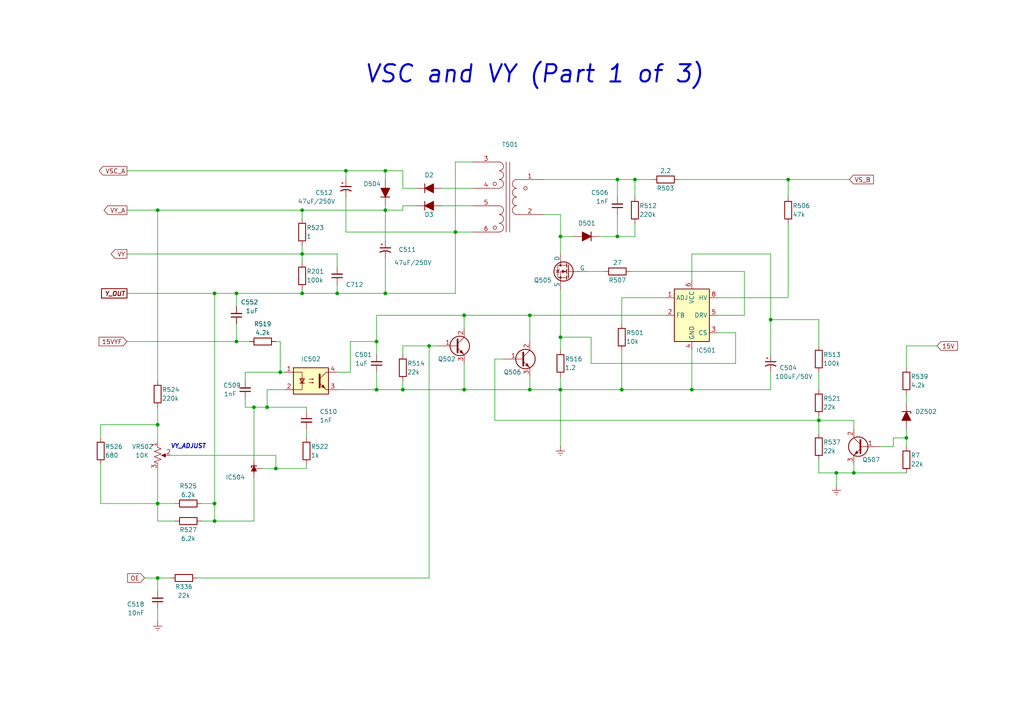
<source format=kicad_sch>
(kicad_sch (version 20231120) (generator "eeschema") (generator_version "8.0")
  (paper "A4")
  (title_block (title "Y BOARD LG PLASMA TV PANEL") (date "2025-03-24") (rev "1.0") (comment 1 "Author: Fábio Pereira da Silva") (comment 2 "VSC and VY (Part 1 of 3)"))
  (lib_symbols
    (symbol "Device:C_Polarized_Small_US" (pin_numbers hide) (pin_names (offset 0.254) hide)
      (property "Reference" "C" (at 0.254 1.778 0))
      (property "Value" "C_Polarized_Small_US" (at 0.254 -2.032 0))
      (symbol "C_Polarized_Small_US_0_1"
        (polyline (pts (xy -1.524 0.508) (xy 1.524 0.508)) (stroke (width 0.3048)))
        (polyline (pts (xy -1.27 1.524) (xy -0.762 1.524)))
        (polyline (pts (xy -1.016 1.27) (xy -1.016 1.778)))
        (arc (start 1.524 -0.762) (mid 0 -0.3734) (end -1.524 -0.762) (stroke (width 0.3048)))
      )
      (symbol "C_Polarized_Small_US_1_1"
        (pin passive line (at 0 2.54 270) (length 2.032) (name "~") (number "1"))
        (pin passive line (at 0 -2.54 90) (length 2.032) (name "~") (number "2"))
      )
    )
    (symbol "Device:C_Small" (pin_numbers hide) (pin_names (offset 0.254) hide)
      (property "Reference" "C" (at 0.254 1.778 0))
      (property "Value" "C_Small" (at 0.254 -2.032 0))
      (symbol "C_Small_0_1"
        (polyline (pts (xy -1.524 -0.508) (xy 1.524 -0.508)) (stroke (width 0.3302)))
        (polyline (pts (xy -1.524 0.508) (xy 1.524 0.508)) (stroke (width 0.3048)))
      )
      (symbol "C_Small_1_1"
        (pin passive line (at 0 2.54 270) (length 2.032) (name "~") (number "1"))
        (pin passive line (at 0 -2.54 90) (length 2.032) (name "~") (number "2"))
      )
    )
    (symbol "Device:D_Filled" (pin_numbers hide) (pin_names (offset 1.016) hide)
      (property "Reference" "D" (at 0 2.54 0))
      (property "Value" "D_Filled" (at 0 -2.54 0))
      (symbol "D_Filled_0_1"
        (polyline (pts (xy -1.27 1.27) (xy -1.27 -1.27)) (stroke (width 0.254)))
        (polyline (pts (xy 1.27 0) (xy -1.27 0)))
        (polyline (pts (xy 1.27 1.27) (xy 1.27 -1.27) (xy -1.27 0) (xy 1.27 1.27)) (stroke (width 0.254)) (fill (type outline)))
      )
      (symbol "D_Filled_1_1"
        (pin passive line (at -3.81 0 0) (length 2.54) (name "K") (number "1"))
        (pin passive line (at 3.81 0 180) (length 2.54) (name "A") (number "2"))
      )
    )
    (symbol "Device:D_Zener_Filled" (pin_numbers hide) (pin_names (offset 1.016) hide)
      (property "Reference" "D" (at 0 2.54 0))
      (property "Value" "D_Zener_Filled" (at 0 -2.54 0))
      (symbol "D_Zener_Filled_0_1"
        (polyline (pts (xy 1.27 0) (xy -1.27 0)))
        (polyline (pts (xy -1.27 -1.27) (xy -1.27 1.27) (xy -0.762 1.27)) (stroke (width 0.254)))
        (polyline (pts (xy 1.27 -1.27) (xy 1.27 1.27) (xy -1.27 0) (xy 1.27 -1.27)) (stroke (width 0.254)) (fill (type outline)))
      )
      (symbol "D_Zener_Filled_1_1"
        (pin passive line (at -3.81 0 0) (length 2.54) (name "K") (number "1"))
        (pin passive line (at 3.81 0 180) (length 2.54) (name "A") (number "2"))
      )
    )
    (symbol "Device:Q_NPN_BCE" (pin_names (offset 0) hide)
      (property "Reference" "Q" (at 5.08 1.27 0))
      (property "Value" "Q_NPN_BCE" (at 5.08 -1.27 0))
      (symbol "Q_NPN_BCE_0_1"
        (polyline (pts (xy 0.635 0.635) (xy 2.54 2.54)))
        (polyline (pts (xy 0.635 -0.635) (xy 2.54 -2.54) (xy 2.54 -2.54)))
        (polyline (pts (xy 0.635 1.905) (xy 0.635 -1.905) (xy 0.635 -1.905)) (stroke (width 0.508)))
        (polyline (pts (xy 1.27 -1.778) (xy 1.778 -1.27) (xy 2.286 -2.286) (xy 1.27 -1.778) (xy 1.27 -1.778)) (fill (type outline)))
        (circle (center 1.27 0) (radius 2.8194) (stroke (width 0.254)))
      )
      (symbol "Q_NPN_BCE_1_1"
        (pin input line (at -5.08 0 0) (length 5.715) (name "B") (number "1"))
        (pin passive line (at 2.54 5.08 270) (length 2.54) (name "C") (number "2"))
        (pin passive line (at 2.54 -5.08 90) (length 2.54) (name "E") (number "3"))
      )
    )
    (symbol "Device:R" (pin_numbers hide) (pin_names (offset 0))
      (property "Reference" "R" (at 2.032 0 90))
      (property "Value" "R" (at 0 0 90))
      (symbol "R_0_1"
        (rectangle (start -1.016 -2.54) (end 1.016 2.54) (stroke (width 0.254)))
      )
      (symbol "R_1_1"
        (pin passive line (at 0 3.81 270) (length 1.27) (name "~") (number "1"))
        (pin passive line (at 0 -3.81 90) (length 1.27) (name "~") (number "2"))
      )
    )
    (symbol "Device:R_Potentiometer_US" (pin_names (offset 1.016) hide)
      (property "Reference" "RV" (at -4.445 0 90))
      (property "Value" "R_Potentiometer_US" (at -2.54 0 90))
      (symbol "R_Potentiometer_US_0_1"
        (polyline (pts (xy 0 -2.286) (xy 0 -2.54)))
        (polyline (pts (xy 0 2.54) (xy 0 2.286)))
        (polyline (pts (xy 2.54 0) (xy 1.524 0)))
        (polyline (pts (xy 1.143 0) (xy 2.286 0.508) (xy 2.286 -0.508) (xy 1.143 0)) (fill (type outline)))
        (polyline (pts (xy 0 -0.762) (xy 1.016 -1.143) (xy 0 -1.524) (xy -1.016 -1.905) (xy 0 -2.286)))
        (polyline (pts (xy 0 0.762) (xy 1.016 0.381) (xy 0 0) (xy -1.016 -0.381) (xy 0 -0.762)))
        (polyline (pts (xy 0 2.286) (xy 1.016 1.905) (xy 0 1.524) (xy -1.016 1.143) (xy 0 0.762)))
      )
      (symbol "R_Potentiometer_US_1_1"
        (pin passive line (at 0 3.81 270) (length 1.27) (name "1") (number "1"))
        (pin passive line (at 3.81 0 180) (length 1.27) (name "2") (number "2"))
        (pin passive line (at 0 -3.81 90) (length 1.27) (name "3") (number "3"))
      )
    )
    (symbol "Isolator:EL817" (pin_names (offset 1.016))
      (property "Reference" "U" (at -5.08 5.08 0))
      (property "Value" "EL817" (at 0 5.08 0))
      (symbol "EL817_0_1"
        (rectangle (start -5.08 3.81) (end 5.08 -3.81) (stroke (width 0.254)) (fill (type background)))
        (polyline (pts (xy -3.175 -0.635) (xy -1.905 -0.635)) (stroke (width 0.254)))
        (polyline (pts (xy 2.54 0.635) (xy 4.445 2.54)))
        (polyline (pts (xy 4.445 -2.54) (xy 2.54 -0.635)) (fill (type outline)))
        (polyline (pts (xy 4.445 -2.54) (xy 5.08 -2.54)))
        (polyline (pts (xy 4.445 2.54) (xy 5.08 2.54)))
        (polyline (pts (xy -5.08 2.54) (xy -2.54 2.54) (xy -2.54 -0.635)))
        (polyline (pts (xy -2.54 -0.635) (xy -2.54 -2.54) (xy -5.08 -2.54)))
        (polyline (pts (xy 2.54 1.905) (xy 2.54 -1.905) (xy 2.54 -1.905)) (stroke (width 0.508)))
        (polyline (pts (xy -2.54 -0.635) (xy -3.175 0.635) (xy -1.905 0.635) (xy -2.54 -0.635)) (stroke (width 0.254)))
        (polyline (pts (xy -0.508 -0.508) (xy 0.762 -0.508) (xy 0.381 -0.635) (xy 0.381 -0.381) (xy 0.762 -0.508)))
        (polyline (pts (xy -0.508 0.508) (xy 0.762 0.508) (xy 0.381 0.381) (xy 0.381 0.635) (xy 0.762 0.508)))
        (polyline (pts (xy 3.048 -1.651) (xy 3.556 -1.143) (xy 4.064 -2.159) (xy 3.048 -1.651) (xy 3.048 -1.651)) (fill (type outline)))
      )
      (symbol "EL817_1_1"
        (pin passive line (at -7.62 2.54 0) (length 2.54) (name "~") (number "1"))
        (pin passive line (at -7.62 -2.54 0) (length 2.54) (name "~") (number "2"))
        (pin passive line (at 7.62 -2.54 180) (length 2.54) (name "~") (number "3"))
        (pin passive line (at 7.62 2.54 180) (length 2.54) (name "~") (number "4"))
      )
    )
    (symbol "Reference_Voltage:TL431LP" (pin_numbers hide) (pin_names hide)
      (property "Reference" "U" (at -2.54 2.54 0))
      (property "Value" "TL431LP" (at 0 -2.54 0))
      (symbol "TL431LP_0_1"
        (polyline (pts (xy -1.27 0) (xy 0 0) (xy 1.27 0)))
        (polyline (pts (xy -0.762 -0.762) (xy -0.762 0.762) (xy 0.762 0) (xy -0.762 -0.762)) (fill (type outline)))
        (polyline (pts (xy 0.254 -0.762) (xy 0.762 -0.762) (xy 0.762 0.762) (xy 0.762 0.762)) (stroke (width 0.254)))
      )
      (symbol "TL431LP_1_1"
        (pin passive line (at 0 2.54 270) (length 2.54) (name "REF") (number "1"))
        (pin passive line (at -2.54 0 0) (length 2.54) (name "A") (number "2"))
        (pin passive line (at 2.54 0 180) (length 2.54) (name "K") (number "3"))
      )
    )
    (symbol "Regulator_Controller:NCP1200D60"
      (property "Reference" "U" (at -7.62 8.89 0))
      (property "Value" "NCP1200D60" (at 1.27 8.89 0))
      (symbol "NCP1200D60_0_0"
        (rectangle (start -5.08 7.62) (end 5.08 -7.62) (stroke (width 0.254)) (fill (type background)))
      )
      (symbol "NCP1200D60_1_1"
        (pin input line (at -7.62 5.08 0) (length 2.54) (name "ADJ") (number "1"))
        (pin input line (at -7.62 0 0) (length 2.54) (name "FB") (number "2"))
        (pin input line (at 7.62 -5.08 180) (length 2.54) (name "CS") (number "3"))
        (pin power_in line (at 0 -10.16 90) (length 2.54) (name "GND") (number "4"))
        (pin output line (at 7.62 0 180) (length 2.54) (name "DRV") (number "5"))
        (pin power_in line (at 0 10.16 270) (length 2.54) (name "VCC") (number "6"))
        (pin no_connect line (at -5.08 2.54 0) (length 2.54) hide (name "NC") (number "7"))
        (pin input line (at 7.62 5.08 180) (length 2.54) (name "HV") (number "8"))
      )
    )
    (symbol "Simulation_SPICE:NMOS" (pin_numbers hide) (pin_names (offset 0))
      (property "Reference" "Q" (at 5.08 1.27 0))
      (property "Value" "NMOS" (at 5.08 -1.27 0))
      (symbol "NMOS_0_1"
        (polyline (pts (xy 0.254 0) (xy -2.54 0)))
        (polyline (pts (xy 0.254 1.905) (xy 0.254 -1.905)) (stroke (width 0.254)))
        (polyline (pts (xy 0.762 -1.27) (xy 0.762 -2.286)) (stroke (width 0.254)))
        (polyline (pts (xy 0.762 0.508) (xy 0.762 -0.508)) (stroke (width 0.254)))
        (polyline (pts (xy 0.762 2.286) (xy 0.762 1.27)) (stroke (width 0.254)))
        (polyline (pts (xy 2.54 2.54) (xy 2.54 1.778)))
        (polyline (pts (xy 2.54 -2.54) (xy 2.54 0) (xy 0.762 0)))
        (polyline (pts (xy 0.762 -1.778) (xy 3.302 -1.778) (xy 3.302 1.778) (xy 0.762 1.778)))
        (polyline (pts (xy 1.016 0) (xy 2.032 0.381) (xy 2.032 -0.381) (xy 1.016 0)) (fill (type outline)))
        (polyline (pts (xy 2.794 0.508) (xy 2.921 0.381) (xy 3.683 0.381) (xy 3.81 0.254)))
        (polyline (pts (xy 3.302 0.381) (xy 2.921 -0.254) (xy 3.683 -0.254) (xy 3.302 0.381)))
        (circle (center 1.651 0) (radius 2.794) (stroke (width 0.254)))
        (circle (center 2.54 -1.778) (radius 0.254) (fill (type outline)))
        (circle (center 2.54 1.778) (radius 0.254) (fill (type outline)))
      )
      (symbol "NMOS_1_1"
        (pin passive line (at 2.54 5.08 270) (length 2.54) (name "D") (number "1"))
        (pin input line (at -5.08 0 0) (length 2.54) (name "G") (number "2"))
        (pin passive line (at 2.54 -5.08 90) (length 2.54) (name "S") (number "3"))
      )
    )
    (symbol "Transformer_1P_2S_1" (pin_names (offset 1.016) hide)
      (property "Reference" "T1" (at 0 15.24 0))
      (property "Value" "Transformer_1P_2S" (at 0 12.7 0))
      (symbol "Transformer_1P_2S_1_0_1"
        (circle (center -5.08 2.54) (radius 0.5))
        (arc (start -2.54 -5.0546) (mid -1.6599 -4.6901) (end -1.27 -3.81))
        (arc (start -2.54 -2.5146) (mid -1.6599 -2.1501) (end -1.27 -1.27))
        (arc (start -2.54 0.0254) (mid -1.6599 0.3899) (end -1.27 1.27))
        (arc (start -2.54 2.5654) (mid -1.6599 2.9299) (end -1.27 3.81))
        (arc (start -1.27 -3.81) (mid -1.642 -2.912) (end -2.54 -2.54))
        (arc (start -1.27 -1.27) (mid -1.642 -0.372) (end -2.54 0))
        (arc (start -1.27 1.27) (mid -1.642 2.168) (end -2.54 2.54))
        (arc (start -1.27 3.81) (mid -1.642 4.708) (end -2.54 5.08))
        (polyline (pts (xy -0.508 -10.16) (xy -0.508 10.16)))
        (polyline (pts (xy 0.508 10.16) (xy 0.508 -10.16)))
        (arc (start 1.2954 -8.89) (mid 1.6599 -9.7701) (end 2.54 -10.1346))
        (arc (start 1.2954 -6.35) (mid 1.6599 -7.2301) (end 2.54 -7.5946))
        (arc (start 1.2954 -3.81) (mid 1.6599 -4.6901) (end 2.54 -5.0546))
        (arc (start 1.2954 3.81) (mid 1.6599 2.9299) (end 2.54 2.5654))
        (arc (start 1.2954 6.35) (mid 1.6599 5.4699) (end 2.54 5.1054))
        (arc (start 1.2954 8.89) (mid 1.6599 8.0099) (end 2.54 7.6454))
        (arc (start 2.54 -7.62) (mid 1.642 -7.992) (end 1.2954 -8.89))
        (arc (start 2.54 -5.08) (mid 1.642 -5.452) (end 1.2954 -6.35))
        (arc (start 2.54 -2.54) (mid 1.642 -2.912) (end 1.2954 -3.81))
        (arc (start 2.54 5.08) (mid 1.642 4.708) (end 1.2954 3.81))
        (arc (start 2.54 7.62) (mid 1.642 7.248) (end 1.2954 6.35))
        (arc (start 2.54 10.16) (mid 1.642 9.788) (end 1.2954 8.89))
        (circle (center 3.81 -8.89) (radius 0.5))
        (circle (center 3.81 3.81) (radius 0.5))
      )
      (symbol "Transformer_1P_2S_1_1_1"
        (pin passive line (at -10.16 5.08 0) (length 7.62) (name "AA") (number "1"))
        (pin passive line (at -10.16 -5.08 0) (length 7.62) (name "AB") (number "2"))
        (pin passive line (at 10.16 10.16 180) (length 7.62) (name "SA") (number "3"))
        (pin passive line (at 10.16 2.54 180) (length 7.62) (name "SB") (number "4"))
        (pin passive line (at 10.16 -2.54 180) (length 7.62) (name "SC") (number "5"))
        (pin passive line (at 10.16 -10.16 180) (length 7.62) (name "SD") (number "6"))
      )
    )
    (symbol "power:Earth" (power) (pin_numbers hide) (pin_names (offset 0) hide)
      (property "Value" "Earth" (at 0 -3.81 0))
      (symbol "Earth_0_1"
        (polyline (pts (xy -0.635 -1.905) (xy 0.635 -1.905)))
        (polyline (pts (xy -0.127 -2.54) (xy 0.127 -2.54)))
        (polyline (pts (xy 0 -1.27) (xy 0 0)))
        (polyline (pts (xy 1.27 -1.27) (xy -1.27 -1.27)))
      )
      (symbol "Earth_1_1"
        (pin power_in line (at 0 0 270) (length 0) (name "~") (number "1"))
      )
    )
  )
  (junction (at 237.49 121.92))
  (junction (at 68.58 85.09))
  (junction (at 109.22 113.03))
  (junction (at 45.72 146.05))
  (junction (at 184.15 52.07))
  (junction (at 134.62 91.44))
  (junction (at 77.47 118.11))
  (junction (at 111.76 60.96))
  (junction (at 134.62 113.03))
  (junction (at 262.89 127))
  (junction (at 87.63 73.66))
  (junction (at 111.76 85.09))
  (junction (at 247.65 137.16))
  (junction (at 180.34 113.03))
  (junction (at 242.57 137.16))
  (junction (at 223.52 92.71))
  (junction (at 162.56 97.79))
  (junction (at 100.33 49.53))
  (junction (at 179.07 68.58))
  (junction (at 45.72 60.96))
  (junction (at 162.56 68.58))
  (junction (at 62.23 85.09))
  (junction (at 116.84 113.03))
  (junction (at 111.76 49.53))
  (junction (at 153.67 91.44))
  (junction (at 81.28 107.95))
  (junction (at 228.6 52.07))
  (junction (at 73.66 118.11))
  (junction (at 45.72 167.64))
  (junction (at 109.22 99.06))
  (junction (at 68.58 99.06))
  (junction (at 87.63 85.09))
  (junction (at 80.01 135.89))
  (junction (at 162.56 113.03))
  (junction (at 153.67 113.03))
  (junction (at 200.66 113.03))
  (junction (at 87.63 60.96))
  (junction (at 132.08 67.31))
  (junction (at 62.23 146.05))
  (junction (at 124.46 100.33))
  (junction (at 179.07 52.07))
  (junction (at 97.79 85.09))
  (junction (at 45.72 123.19))
  (junction (at 62.23 151.13))
  (wire (pts (xy 242.57 137.16) (xy 237.49 137.16)))
  (wire (pts (xy 179.07 62.23) (xy 179.07 68.58)))
  (wire (pts (xy 237.49 92.71) (xy 223.52 92.71)))
  (wire (pts (xy 29.21 127) (xy 29.21 123.19)))
  (wire (pts (xy 87.63 83.82) (xy 87.63 85.09)))
  (wire (pts (xy 128.27 54.61) (xy 137.16 54.61)))
  (wire (pts (xy 182.88 78.74) (xy 215.9 78.74)))
  (wire (pts (xy 247.65 134.62) (xy 247.65 137.16)))
  (wire (pts (xy 71.12 110.49) (xy 71.12 107.95)))
  (wire (pts (xy 58.42 146.05) (xy 62.23 146.05)))
  (wire (pts (xy 134.62 91.44) (xy 153.67 91.44)))
  (wire (pts (xy 262.89 124.46) (xy 262.89 127)))
  (wire (pts (xy 116.84 54.61) (xy 116.84 49.53)))
  (wire (pts (xy 73.66 118.11) (xy 71.12 118.11)))
  (wire (pts (xy 111.76 59.69) (xy 111.76 60.96)))
  (wire (pts (xy 81.28 107.95) (xy 82.55 107.95)))
  (wire (pts (xy 157.48 52.07) (xy 179.07 52.07)))
  (wire (pts (xy 255.27 129.54) (xy 259.08 129.54)))
  (wire (pts (xy 153.67 91.44) (xy 193.04 91.44)))
  (wire (pts (xy 76.2 135.89) (xy 80.01 135.89)))
  (wire (pts (xy 109.22 113.03) (xy 116.84 113.03)))
  (wire (pts (xy 228.6 86.36) (xy 228.6 64.77)))
  (wire (pts (xy 97.79 77.47) (xy 97.79 73.66)))
  (wire (pts (xy 68.58 99.06) (xy 36.83 99.06)))
  (wire (pts (xy 68.58 93.98) (xy 68.58 99.06)))
  (wire (pts (xy 45.72 167.64) (xy 49.53 167.64)))
  (wire (pts (xy 213.36 105.41) (xy 171.45 105.41)))
  (wire (pts (xy 97.79 82.55) (xy 97.79 85.09)))
  (wire (pts (xy 36.83 73.66) (xy 87.63 73.66)))
  (wire (pts (xy 111.76 49.53) (xy 100.33 49.53)))
  (wire (pts (xy 237.49 121.92) (xy 237.49 125.73)))
  (wire (pts (xy 184.15 52.07) (xy 189.23 52.07)))
  (wire (pts (xy 71.12 115.57) (xy 71.12 118.11)))
  (wire (pts (xy 208.28 96.52) (xy 213.36 96.52)))
  (wire (pts (xy 162.56 113.03) (xy 180.34 113.03)))
  (wire (pts (xy 259.08 129.54) (xy 259.08 127)))
  (wire (pts (xy 228.6 52.07) (xy 228.6 57.15)))
  (wire (pts (xy 29.21 134.62) (xy 29.21 146.05)))
  (wire (pts (xy 247.65 121.92) (xy 237.49 121.92)))
  (wire (pts (xy 180.34 113.03) (xy 200.66 113.03)))
  (wire (pts (xy 171.45 105.41) (xy 171.45 97.79)))
  (wire (pts (xy 153.67 109.22) (xy 153.67 113.03)))
  (wire (pts (xy 77.47 113.03) (xy 77.47 118.11)))
  (wire (pts (xy 193.04 86.36) (xy 180.34 86.36)))
  (wire (pts (xy 184.15 52.07) (xy 184.15 57.15)))
  (wire (pts (xy 116.84 100.33) (xy 124.46 100.33)))
  (wire (pts (xy 262.89 100.33) (xy 262.89 106.68)))
  (wire (pts (xy 162.56 113.03) (xy 162.56 129.54)))
  (wire (pts (xy 62.23 151.13) (xy 73.66 151.13)))
  (wire (pts (xy 97.79 113.03) (xy 109.22 113.03)))
  (wire (pts (xy 88.9 124.46) (xy 88.9 127)))
  (wire (pts (xy 146.05 104.14) (xy 143.51 104.14)))
  (wire (pts (xy 162.56 83.82) (xy 162.56 97.79)))
  (wire (pts (xy 49.53 132.08) (xy 80.01 132.08)))
  (wire (pts (xy 62.23 85.09) (xy 62.23 146.05)))
  (wire (pts (xy 116.84 113.03) (xy 134.62 113.03)))
  (wire (pts (xy 166.37 68.58) (xy 162.56 68.58)))
  (wire (pts (xy 111.76 60.96) (xy 111.76 69.85)))
  (wire (pts (xy 36.83 49.53) (xy 100.33 49.53)))
  (wire (pts (xy 111.76 60.96) (xy 116.84 60.96)))
  (wire (pts (xy 215.9 78.74) (xy 215.9 91.44)))
  (wire (pts (xy 179.07 52.07) (xy 184.15 52.07)))
  (wire (pts (xy 68.58 85.09) (xy 68.58 88.9)))
  (wire (pts (xy 153.67 91.44) (xy 153.67 99.06)))
  (wire (pts (xy 87.63 60.96) (xy 87.63 63.5)))
  (wire (pts (xy 73.66 118.11) (xy 73.66 133.35)))
  (wire (pts (xy 143.51 121.92) (xy 237.49 121.92)))
  (wire (pts (xy 45.72 176.53) (xy 45.72 180.34)))
  (wire (pts (xy 116.84 49.53) (xy 111.76 49.53)))
  (wire (pts (xy 223.52 113.03) (xy 200.66 113.03)))
  (wire (pts (xy 41.91 167.64) (xy 45.72 167.64)))
  (wire (pts (xy 111.76 74.93) (xy 111.76 85.09)))
  (wire (pts (xy 81.28 99.06) (xy 81.28 107.95)))
  (wire (pts (xy 196.85 52.07) (xy 228.6 52.07)))
  (wire (pts (xy 223.52 102.87) (xy 223.52 92.71)))
  (wire (pts (xy 87.63 85.09) (xy 97.79 85.09)))
  (wire (pts (xy 71.12 107.95) (xy 81.28 107.95)))
  (wire (pts (xy 128.27 59.69) (xy 137.16 59.69)))
  (wire (pts (xy 45.72 151.13) (xy 50.8 151.13)))
  (wire (pts (xy 111.76 49.53) (xy 111.76 52.07)))
  (wire (pts (xy 120.65 54.61) (xy 116.84 54.61)))
  (wire (pts (xy 162.56 62.23) (xy 157.48 62.23)))
  (wire (pts (xy 262.89 127) (xy 262.89 129.54)))
  (wire (pts (xy 36.83 60.96) (xy 45.72 60.96)))
  (wire (pts (xy 116.84 102.87) (xy 116.84 100.33)))
  (wire (pts (xy 45.72 118.11) (xy 45.72 123.19)))
  (wire (pts (xy 109.22 91.44) (xy 109.22 99.06)))
  (wire (pts (xy 137.16 46.99) (xy 132.08 46.99)))
  (wire (pts (xy 179.07 52.07) (xy 179.07 57.15)))
  (wire (pts (xy 132.08 46.99) (xy 132.08 67.31)))
  (wire (pts (xy 45.72 146.05) (xy 45.72 151.13)))
  (wire (pts (xy 80.01 99.06) (xy 81.28 99.06)))
  (wire (pts (xy 124.46 100.33) (xy 127 100.33)))
  (wire (pts (xy 109.22 107.95) (xy 109.22 113.03)))
  (wire (pts (xy 77.47 118.11) (xy 73.66 118.11)))
  (wire (pts (xy 87.63 60.96) (xy 111.76 60.96)))
  (wire (pts (xy 97.79 73.66) (xy 87.63 73.66)))
  (wire (pts (xy 173.99 68.58) (xy 179.07 68.58)))
  (wire (pts (xy 200.66 101.6) (xy 200.66 113.03)))
  (wire (pts (xy 68.58 99.06) (xy 72.39 99.06)))
  (wire (pts (xy 116.84 59.69) (xy 120.65 59.69)))
  (wire (pts (xy 101.6 107.95) (xy 101.6 99.06)))
  (wire (pts (xy 170.18 78.74) (xy 175.26 78.74)))
  (wire (pts (xy 237.49 100.33) (xy 237.49 92.71)))
  (wire (pts (xy 73.66 151.13) (xy 73.66 138.43)))
  (wire (pts (xy 36.83 85.09) (xy 62.23 85.09)))
  (wire (pts (xy 88.9 118.11) (xy 88.9 119.38)))
  (wire (pts (xy 45.72 171.45) (xy 45.72 167.64)))
  (wire (pts (xy 237.49 133.35) (xy 237.49 137.16)))
  (wire (pts (xy 171.45 97.79) (xy 162.56 97.79)))
  (wire (pts (xy 162.56 109.22) (xy 162.56 113.03)))
  (wire (pts (xy 259.08 127) (xy 262.89 127)))
  (wire (pts (xy 100.33 67.31) (xy 132.08 67.31)))
  (wire (pts (xy 162.56 68.58) (xy 162.56 62.23)))
  (wire (pts (xy 45.72 135.89) (xy 45.72 146.05)))
  (wire (pts (xy 77.47 118.11) (xy 88.9 118.11)))
  (wire (pts (xy 247.65 137.16) (xy 262.89 137.16)))
  (wire (pts (xy 162.56 97.79) (xy 162.56 101.6)))
  (wire (pts (xy 237.49 120.65) (xy 237.49 121.92)))
  (wire (pts (xy 247.65 137.16) (xy 242.57 137.16)))
  (wire (pts (xy 97.79 85.09) (xy 111.76 85.09)))
  (wire (pts (xy 262.89 114.3) (xy 262.89 116.84)))
  (wire (pts (xy 45.72 123.19) (xy 45.72 128.27)))
  (wire (pts (xy 215.9 91.44) (xy 208.28 91.44)))
  (wire (pts (xy 132.08 67.31) (xy 137.16 67.31)))
  (wire (pts (xy 132.08 67.31) (xy 132.08 85.09)))
  (wire (pts (xy 62.23 85.09) (xy 68.58 85.09)))
  (wire (pts (xy 124.46 167.64) (xy 124.46 100.33)))
  (wire (pts (xy 100.33 49.53) (xy 100.33 52.07)))
  (wire (pts (xy 237.49 107.95) (xy 237.49 113.03)))
  (wire (pts (xy 184.15 68.58) (xy 184.15 64.77)))
  (wire (pts (xy 247.65 124.46) (xy 247.65 121.92)))
  (wire (pts (xy 100.33 57.15) (xy 100.33 67.31)))
  (wire (pts (xy 50.8 146.05) (xy 45.72 146.05)))
  (wire (pts (xy 29.21 146.05) (xy 45.72 146.05)))
  (wire (pts (xy 208.28 86.36) (xy 228.6 86.36)))
  (wire (pts (xy 58.42 151.13) (xy 62.23 151.13)))
  (wire (pts (xy 223.52 73.66) (xy 200.66 73.66)))
  (wire (pts (xy 242.57 137.16) (xy 242.57 140.97)))
  (wire (pts (xy 143.51 104.14) (xy 143.51 121.92)))
  (wire (pts (xy 179.07 68.58) (xy 184.15 68.58)))
  (wire (pts (xy 29.21 123.19) (xy 45.72 123.19)))
  (wire (pts (xy 45.72 60.96) (xy 45.72 110.49)))
  (wire (pts (xy 101.6 99.06) (xy 109.22 99.06)))
  (wire (pts (xy 62.23 146.05) (xy 62.23 151.13)))
  (wire (pts (xy 200.66 73.66) (xy 200.66 81.28)))
  (wire (pts (xy 134.62 105.41) (xy 134.62 113.03)))
  (wire (pts (xy 223.52 92.71) (xy 223.52 73.66)))
  (wire (pts (xy 271.78 100.33) (xy 262.89 100.33)))
  (wire (pts (xy 57.15 167.64) (xy 124.46 167.64)))
  (wire (pts (xy 87.63 73.66) (xy 87.63 76.2)))
  (wire (pts (xy 88.9 135.89) (xy 80.01 135.89)))
  (wire (pts (xy 68.58 85.09) (xy 87.63 85.09)))
  (wire (pts (xy 134.62 113.03) (xy 153.67 113.03)))
  (wire (pts (xy 180.34 86.36) (xy 180.34 93.98)))
  (wire (pts (xy 87.63 71.12) (xy 87.63 73.66)))
  (wire (pts (xy 180.34 101.6) (xy 180.34 113.03)))
  (wire (pts (xy 97.79 107.95) (xy 101.6 107.95)))
  (wire (pts (xy 223.52 107.95) (xy 223.52 113.03)))
  (wire (pts (xy 109.22 91.44) (xy 134.62 91.44)))
  (wire (pts (xy 88.9 134.62) (xy 88.9 135.89)))
  (wire (pts (xy 116.84 110.49) (xy 116.84 113.03)))
  (wire (pts (xy 228.6 52.07) (xy 246.38 52.07)))
  (wire (pts (xy 82.55 113.03) (xy 77.47 113.03)))
  (wire (pts (xy 213.36 96.52) (xy 213.36 105.41)))
  (wire (pts (xy 132.08 85.09) (xy 111.76 85.09)))
  (wire (pts (xy 162.56 68.58) (xy 162.56 73.66)))
  (wire (pts (xy 116.84 60.96) (xy 116.84 59.69)))
  (wire (pts (xy 45.72 60.96) (xy 87.63 60.96)))
  (wire (pts (xy 80.01 132.08) (xy 80.01 135.89)))
  (wire (pts (xy 134.62 91.44) (xy 134.62 95.25)))
  (wire (pts (xy 153.67 113.03) (xy 162.56 113.03)))
  (wire (pts (xy 109.22 99.06) (xy 109.22 102.87)))
  (text "VY_ADJUST" (at 54.61 129.54 0) (effects (font (size 1.27 1.27) (thickness 0.254) (bold yes) (italic yes))))
  (text "VSC and VY (Part 1 of 3)" (at 154.94 21.59 0) (effects (font (size 5 5) (thickness 0.6) (bold yes) (italic yes))))
  (global_label "VS_B" (shape input) (at 246.38 52.07 0) (property "Intersheetrefs" "${INTERSHEET_REFS}" (effects (hide yes))))
  (global_label "Y_OUT" (shape passive) (at 36.83 85.09 180) (effects (font (thickness 0.254) (bold yes) (italic yes))) (property "Intersheetrefs" "${INTERSHEET_REFS}" (effects (hide yes))))
  (global_label "OE" (shape input) (at 41.91 167.64 180) (property "Intersheetrefs" "${INTERSHEET_REFS}" (effects (hide yes))))
  (global_label "VY" (shape output) (at 36.83 73.66 180) (property "Intersheetrefs" "${INTERSHEET_REFS}" (effects (hide yes))))
  (global_label "VY_A" (shape output) (at 36.83 60.96 180) (property "Intersheetrefs" "${INTERSHEET_REFS}" (effects (hide yes))))
  (global_label "VSC_A" (shape output) (at 36.83 49.53 180) (property "Intersheetrefs" "${INTERSHEET_REFS}" (effects (hide yes))))
  (global_label "15VYF" (shape input) (at 36.83 99.06 180) (property "Intersheetrefs" "${INTERSHEET_REFS}" (effects (hide yes))))
  (global_label "15V" (shape input) (at 271.78 100.33 0) (property "Intersheetrefs" "${INTERSHEET_REFS}" (effects (hide yes))))
  (symbol (lib_id "Device:D_Filled") (at 124.46 59.69 0) (mirror x) (unit 1)
    (property "Reference" "D3" (at 124.46 62.23 0))
    (property "Value" "D_Filled" (effects (hide yes)))
    (property "Description" "Diode, filled shape" (effects (hide yes)))
    (property "Sim.Device" "D" (effects (hide yes)))
    (property "Sim.Pins" "1=K 2=A" (effects (hide yes)))
  )
  (symbol (lib_id "Device:Q_NPN_BCE") (at 250.19 129.54 0) (mirror y) (unit 1)
    (property "Reference" "Q507" (at 255.27 133.35 0) (effects (justify left)))
    (property "Value" "Q_NPN_BCE" (effects (hide yes)))
    (property "Description" "NPN transistor, base/collector/emitter" (effects (hide yes)))
  )
  (symbol (lib_id "power:Earth") (at 162.56 129.54 0) (unit 1)
    (property "Reference" "#PWR17" (effects (hide yes)))
    (property "Value" "Earth" (effects (hide yes)))
    (property "Description" "Power symbol creates a global label with name \"Earth\"" (effects (hide yes)))
  )
  (symbol (lib_id "Device:R") (at 228.6 60.96 0) (unit 1)
    (property "Reference" "R506" (at 229.87 59.69 0) (effects (justify left)))
    (property "Value" "47k" (at 229.87 62.23 0) (effects (justify left)))
    (property "Description" "Resistor" (effects (hide yes)))
  )
  (symbol (lib_id "Device:C_Small") (at 88.9 121.92 0) (unit 1)
    (property "Reference" "C510" (at 92.71 119.38 0) (effects (justify left)))
    (property "Value" "1nF" (at 92.71 121.92 0) (effects (justify left)))
    (property "Description" "Unpolarized capacitor, small symbol" (effects (hide yes)))
  )
  (symbol (lib_id "Device:R") (at 54.61 146.05 270) (unit 1)
    (property "Reference" "R525" (at 54.61 140.97 90))
    (property "Value" "6.2k" (at 54.61 143.51 90))
    (property "Description" "Resistor" (effects (hide yes)))
  )
  (symbol (lib_id "Device:C_Polarized_Small_US") (at 100.33 54.61 0) (unit 1)
    (property "Reference" "C512" (at 91.44 55.88 0) (effects (justify left)))
    (property "Value" "47uF/250V" (at 86.36 58.42 0) (effects (justify left)))
    (property "Description" "Polarized capacitor, small US symbol" (effects (hide yes)))
  )
  (symbol (lib_id "Device:R") (at 29.21 130.81 0) (unit 1)
    (property "Reference" "R526" (at 30.48 129.54 0) (effects (justify left)))
    (property "Value" "680" (at 30.48 132.08 0) (effects (justify left)))
    (property "Description" "Resistor" (effects (hide yes)))
  )
  (symbol (lib_id "Device:R") (at 180.34 97.79 0) (unit 1)
    (property "Reference" "R501" (at 181.61 96.52 0) (effects (justify left)))
    (property "Value" "10k" (at 181.61 99.06 0) (effects (justify left)))
    (property "Description" "Resistor" (effects (hide yes)))
  )
  (symbol (lib_id "Device:R") (at 237.49 104.14 0) (unit 1)
    (property "Reference" "R513" (at 238.76 102.87 0) (effects (justify left)))
    (property "Value" "100k" (at 238.76 105.41 0) (effects (justify left)))
    (property "Description" "Resistor" (effects (hide yes)))
  )
  (symbol (lib_id "Device:R") (at 237.49 129.54 0) (unit 1)
    (property "Reference" "R537" (at 238.76 128.27 0) (effects (justify left)))
    (property "Value" "22k" (at 238.76 130.81 0) (effects (justify left)))
    (property "Description" "Resistor" (effects (hide yes)))
  )
  (symbol (lib_id "Device:D_Filled") (at 124.46 54.61 0) (mirror x) (unit 1)
    (property "Reference" "D2" (at 124.46 50.8 0))
    (property "Value" "D_Filled" (effects (hide yes)))
    (property "Description" "Diode, filled shape" (effects (hide yes)))
    (property "Sim.Device" "D" (effects (hide yes)))
    (property "Sim.Pins" "1=K 2=A" (effects (hide yes)))
  )
  (symbol (lib_id "Device:C_Polarized_Small_US") (at 111.76 72.39 0) (unit 1)
    (property "Reference" "C511" (at 115.57 72.39 0) (effects (justify left)))
    (property "Value" "47uF/250V" (at 114.3 76.2 0) (effects (justify left)))
    (property "Description" "Polarized capacitor, small US symbol" (effects (hide yes)))
  )
  (symbol (lib_id "Device:R_Potentiometer_US") (at 45.72 132.08 0) (unit 1)
    (property "Reference" "VR502" (at 44.45 129.54 0) (effects (justify right)))
    (property "Value" "10K" (at 43.18 132.08 0) (effects (justify right)))
    (property "Description" "Potentiometer, US symbol" (effects (hide yes)))
  )
  (symbol (lib_id "Device:R") (at 179.07 78.74 270) (unit 1)
    (property "Reference" "R507" (at 179.07 81.28 90))
    (property "Value" "27" (at 179.07 76.2 90))
    (property "Description" "Resistor" (effects (hide yes)))
  )
  (symbol (lib_id "Simulation_SPICE:NMOS") (at 165.1 78.74 0) (mirror y) (unit 1)
    (property "Reference" "Q505" (at 160.02 81.28 0) (effects (justify left)))
    (property "Value" "NMOS" (effects (hide yes)))
    (property "Datasheet" "https://ngspice.sourceforge.io/docs/ngspice-html-manual/manual.xhtml#cha_MOSFETs" (effects (hide yes)))
    (property "Description" "N-MOSFET transistor, drain/source/gate" (effects (hide yes)))
    (property "Sim.Device" "NMOS" (effects (hide yes)))
    (property "Sim.Type" "VDMOS" (effects (hide yes)))
    (property "Sim.Pins" "1=D 2=G 3=S" (effects (hide yes)))
  )
  (symbol (lib_name "Transformer_1P_2S_1") (lib_id "transformer_1p_2s_edited:Transformer_1P_2S") (at 147.32 57.15 0) (mirror y) (unit 1)
    (property "Reference" "T501" (at 147.955 41.91 0))
    (property "Value" "Transformer_1P_2S" (effects (hide yes)))
    (property "Description" "Transformer, single primary, dual secondary" (effects (hide yes)))
  )
  (symbol (lib_id "Device:R") (at 88.9 130.81 0) (unit 1)
    (property "Reference" "R522" (at 90.17 129.54 0) (effects (justify left)))
    (property "Value" "1k" (at 90.17 132.08 0) (effects (justify left)))
    (property "Description" "Resistor" (effects (hide yes)))
  )
  (symbol (lib_id "Device:C_Small") (at 68.58 91.44 180) (unit 1)
    (property "Reference" "C552" (at 74.93 87.63 0) (effects (justify left)))
    (property "Value" "1uF" (at 74.93 90.17 0) (effects (justify left)))
    (property "Description" "Unpolarized capacitor, small symbol" (effects (hide yes)))
  )
  (symbol (lib_id "Device:C_Small") (at 109.22 105.41 180) (unit 1)
    (property "Reference" "C501" (at 107.95 102.87 0) (effects (justify left)))
    (property "Value" "1uF" (at 106.68 105.41 0) (effects (justify left)))
    (property "Description" "Unpolarized capacitor, small symbol" (effects (hide yes)))
  )
  (symbol (lib_id "Device:R") (at 116.84 106.68 0) (unit 1)
    (property "Reference" "R514" (at 118.11 105.41 0) (effects (justify left)))
    (property "Value" "22k" (at 118.11 107.95 0) (effects (justify left)))
    (property "Description" "Resistor" (effects (hide yes)))
  )
  (symbol (lib_id "Device:R") (at 262.89 133.35 0) (unit 1)
    (property "Reference" "R7" (at 264.16 132.08 0) (effects (justify left)))
    (property "Value" "22k" (at 264.16 134.62 0) (effects (justify left)))
    (property "Description" "Resistor" (effects (hide yes)))
  )
  (symbol (lib_id "Device:R") (at 54.61 151.13 270) (unit 1)
    (property "Reference" "R527" (at 54.61 153.67 90))
    (property "Value" "6.2k" (at 54.61 156.21 90))
    (property "Description" "Resistor" (effects (hide yes)))
  )
  (symbol (lib_id "Device:R") (at 53.34 167.64 270) (unit 1)
    (property "Reference" "R336" (at 53.34 170.18 90))
    (property "Value" "22k" (at 53.34 172.72 90))
    (property "Description" "Resistor" (effects (hide yes)))
  )
  (symbol (lib_id "Device:D_Filled") (at 170.18 68.58 180) (unit 1)
    (property "Reference" "D501" (at 170.18 64.77 0))
    (property "Value" "D_Filled" (effects (hide yes)))
    (property "Description" "Diode, filled shape" (effects (hide yes)))
    (property "Sim.Device" "D" (effects (hide yes)))
    (property "Sim.Pins" "1=K 2=A" (effects (hide yes)))
  )
  (symbol (lib_id "Device:R") (at 76.2 99.06 270) (unit 1)
    (property "Reference" "R519" (at 76.2 93.98 90))
    (property "Value" "4.2k" (at 76.2 96.52 90))
    (property "Description" "Resistor" (effects (hide yes)))
  )
  (symbol (lib_id "Device:R") (at 237.49 116.84 0) (unit 1)
    (property "Reference" "R521" (at 238.76 115.57 0) (effects (justify left)))
    (property "Value" "22k" (at 238.76 118.11 0) (effects (justify left)))
    (property "Description" "Resistor" (effects (hide yes)))
  )
  (symbol (lib_id "Device:Q_NPN_BCE") (at 132.08 100.33 0) (unit 1)
    (property "Reference" "Q502" (at 127 104.14 0) (effects (justify left)))
    (property "Value" "Q_NPN_BCE" (effects (hide yes)))
    (property "Description" "NPN transistor, base/collector/emitter" (effects (hide yes)))
  )
  (symbol (lib_id "Regulator_Controller:NCP1200D60") (at 200.66 91.44 0) (unit 1)
    (property "Reference" "IC501" (at 201.93 101.6 0) (effects (justify left)))
    (property "Value" "NCP1200D60" (effects (hide yes)))
    (property "Footprint" "Package_SO:SOIC-8_3.9x4.9mm_P1.27mm" (effects (hide yes)))
    (property "Datasheet" "http://www.onsemi.com/pub_link/Collateral/NCP1200-D.PDF" (effects (hide yes)))
    (property "Description" "PWM Current-Mode Controller for Off-Line Supplies, AC-DC, 60kHz, SOIC-8" (effects (hide yes)))
  )
  (symbol (lib_id "power:Earth") (at 242.57 140.97 0) (unit 1)
    (property "Reference" "#PWR19" (effects (hide yes)))
    (property "Value" "Earth" (effects (hide yes)))
    (property "Description" "Power symbol creates a global label with name \"Earth\"" (effects (hide yes)))
  )
  (symbol (lib_id "Device:C_Polarized_Small_US") (at 223.52 105.41 0) (unit 1)
    (property "Reference" "C504" (at 226.06 106.68 0) (effects (justify left)))
    (property "Value" "100uF/50V" (at 224.79 109.22 0) (effects (justify left)))
    (property "Description" "Polarized capacitor, small US symbol" (effects (hide yes)))
  )
  (symbol (lib_id "Device:R") (at 45.72 114.3 0) (unit 1)
    (property "Reference" "R524" (at 46.99 113.03 0) (effects (justify left)))
    (property "Value" "220k" (at 46.99 115.57 0) (effects (justify left)))
    (property "Description" "Resistor" (effects (hide yes)))
  )
  (symbol (lib_id "Device:R") (at 87.63 80.01 0) (unit 1)
    (property "Reference" "R201" (at 88.9 78.74 0) (effects (justify left)))
    (property "Value" "100k" (at 88.9 81.28 0) (effects (justify left)))
    (property "Description" "Resistor" (effects (hide yes)))
  )
  (symbol (lib_id "Device:C_Small") (at 45.72 173.99 180) (unit 1)
    (property "Reference" "C518" (at 41.91 175.26 0) (effects (justify left)))
    (property "Value" "10nF" (at 41.91 177.8 0) (effects (justify left)))
    (property "Description" "Unpolarized capacitor, small symbol" (effects (hide yes)))
  )
  (symbol (lib_id "Device:R") (at 184.15 60.96 0) (unit 1)
    (property "Reference" "R512" (at 185.42 59.69 0) (effects (justify left)))
    (property "Value" "220k" (at 185.42 62.23 0) (effects (justify left)))
    (property "Description" "Resistor" (effects (hide yes)))
  )
  (symbol (lib_id "Device:R") (at 162.56 105.41 0) (unit 1)
    (property "Reference" "R516" (at 163.83 104.14 0) (effects (justify left)))
    (property "Value" "1.2" (at 163.83 106.68 0) (effects (justify left)))
    (property "Description" "Resistor" (effects (hide yes)))
  )
  (symbol (lib_id "Device:C_Small") (at 97.79 80.01 180) (unit 1)
    (property "Reference" "C712" (at 105.41 82.55 0) (effects (justify left)))
    (property "Value" "C_Small" (effects (hide yes)))
    (property "Description" "Unpolarized capacitor, small symbol" (effects (hide yes)))
  )
  (symbol (lib_id "Isolator:EL817") (at 90.17 110.49 0) (unit 1)
    (property "Reference" "IC502" (at 90.17 104.14 0))
    (property "Value" "EL817" (effects (hide yes)))
    (property "Footprint" "Package_DIP:DIP-4_W7.62mm" (effects (hide yes)))
    (property "Datasheet" "http://www.everlight.com/file/ProductFile/EL817.pdf" (effects (hide yes)))
    (property "Description" "DC Optocoupler, Vce 35V, DIP-4" (effects (hide yes)))
  )
  (symbol (lib_id "Device:Q_NPN_BCE") (at 151.13 104.14 0) (unit 1)
    (property "Reference" "Q506" (at 146.05 107.95 0) (effects (justify left)))
    (property "Value" "Q_NPN_BCE" (effects (hide yes)))
    (property "Description" "NPN transistor, base/collector/emitter" (effects (hide yes)))
  )
  (symbol (lib_id "Device:D_Filled") (at 111.76 55.88 90) (unit 1)
    (property "Reference" "D504" (at 107.95 53.34 90))
    (property "Value" "D_Filled" (effects (hide yes)))
    (property "Description" "Diode, filled shape" (effects (hide yes)))
    (property "Sim.Device" "D" (effects (hide yes)))
    (property "Sim.Pins" "1=K 2=A" (effects (hide yes)))
  )
  (symbol (lib_id "Device:D_Zener_Filled") (at 262.89 120.65 270) (unit 1)
    (property "Reference" "DZ502" (at 265.43 119.3799 90) (effects (justify left)))
    (property "Value" "D_Zener_Filled" (effects (hide yes)))
    (property "Description" "Zener diode, filled shape" (effects (hide yes)))
  )
  (symbol (lib_id "Reference_Voltage:TL431LP") (at 73.66 135.89 270) (mirror x) (unit 1)
    (property "Reference" "IC504" (at 71.12 138.43 90) (effects (justify right)))
    (property "Description" "Shunt Regulator, TO-92" (effects (hide yes)))
  )
  (symbol (lib_id "Device:R") (at 262.89 110.49 0) (unit 1)
    (property "Reference" "R539" (at 264.16 109.22 0) (effects (justify left)))
    (property "Value" "4.2k" (at 264.16 111.76 0) (effects (justify left)))
    (property "Description" "Resistor" (effects (hide yes)))
  )
  (symbol (lib_id "power:Earth") (at 45.72 180.34 0) (unit 1)
    (property "Reference" "#PWR18" (effects (hide yes)))
    (property "Value" "Earth" (effects (hide yes)))
    (property "Description" "Power symbol creates a global label with name \"Earth\"" (effects (hide yes)))
  )
  (symbol (lib_id "Device:C_Small") (at 71.12 113.03 180) (unit 1)
    (property "Reference" "C509" (at 69.85 111.76 0) (effects (justify left)))
    (property "Value" "1nF" (at 68.58 114.3 0) (effects (justify left)))
    (property "Description" "Unpolarized capacitor, small symbol" (effects (hide yes)))
  )
  (symbol (lib_id "Device:R") (at 87.63 67.31 0) (unit 1)
    (property "Reference" "R523" (at 88.9 66.04 0) (effects (justify left)))
    (property "Value" "1" (at 88.9 68.58 0) (effects (justify left)))
    (property "Description" "Resistor" (effects (hide yes)))
  )
  (symbol (lib_id "Device:C_Small") (at 179.07 59.69 180) (unit 1)
    (property "Reference" "C506" (at 176.53 55.88 0) (effects (justify left)))
    (property "Value" "1nF" (at 176.53 58.4138 0) (effects (justify left)))
    (property "Description" "Unpolarized capacitor, small symbol" (effects (hide yes)))
  )
  (symbol (lib_id "Device:R") (at 193.04 52.07 270) (unit 1)
    (property "Reference" "R503" (at 193.04 54.61 90))
    (property "Value" "2.2" (at 193.04 49.53 90))
    (property "Description" "Resistor" (effects (hide yes)))
  )
)
</source>
